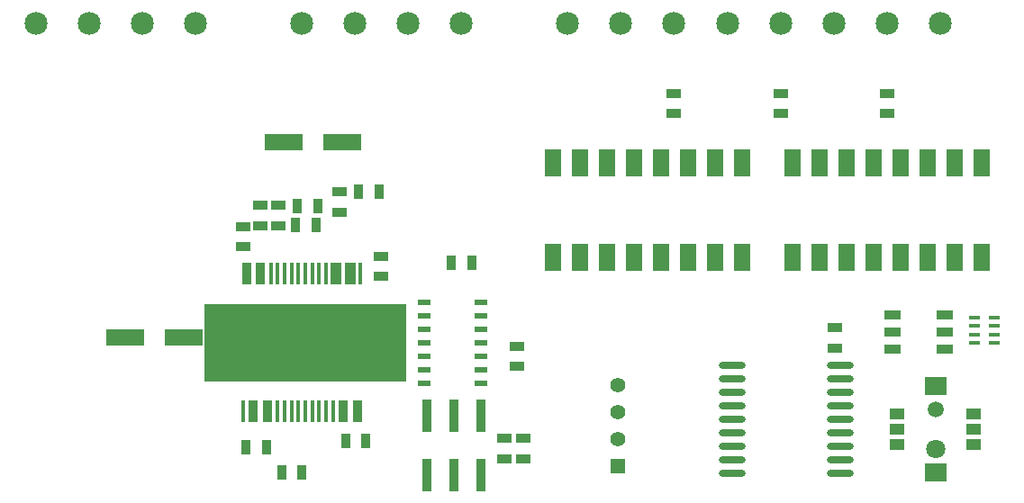
<source format=gts>
G04 (created by PCBNEW (2013-jul-07)-stable) date Sat 26 Sep 2015 04:42:44 AM EDT*
%MOIN*%
G04 Gerber Fmt 3.4, Leading zero omitted, Abs format*
%FSLAX34Y34*%
G01*
G70*
G90*
G04 APERTURE LIST*
%ADD10C,0.00590551*%
%ADD11R,0.0141732X0.0787402*%
%ADD12R,0.039X0.0787402*%
%ADD13R,0.038X0.0787402*%
%ADD14R,0.748031X0.285433*%
%ADD15R,0.055X0.035*%
%ADD16R,0.035X0.055*%
%ADD17R,0.1417X0.063*%
%ADD18R,0.045X0.02*%
%ADD19R,0.038X0.119*%
%ADD20C,0.085*%
%ADD21R,0.0590551X0.1*%
%ADD22R,0.055X0.055*%
%ADD23C,0.055*%
%ADD24O,0.0984252X0.025*%
%ADD25R,0.0531496X0.0393701*%
%ADD26R,0.0787402X0.0708661*%
%ADD27C,0.0590551*%
%ADD28C,0.0708661*%
%ADD29R,0.0393701X0.015748*%
%ADD30R,0.0633X0.0354*%
G04 APERTURE END LIST*
G54D10*
G54D11*
X34655Y-46653D03*
G54D12*
X34271Y-46653D03*
X33759Y-46653D03*
G54D11*
X33375Y-46653D03*
X33120Y-46653D03*
X32864Y-46653D03*
X32608Y-46653D03*
X32352Y-46653D03*
X32096Y-46653D03*
X31840Y-46653D03*
X31584Y-46653D03*
X31328Y-46653D03*
G54D13*
X30944Y-46653D03*
X30433Y-46653D03*
G54D11*
X30305Y-51771D03*
G54D13*
X30688Y-51771D03*
X31200Y-51771D03*
G54D11*
X31584Y-51771D03*
X31840Y-51771D03*
X32096Y-51771D03*
X32352Y-51771D03*
X32608Y-51771D03*
X32864Y-51771D03*
X33120Y-51771D03*
X33375Y-51771D03*
X33631Y-51771D03*
G54D13*
X34015Y-51771D03*
X34527Y-51771D03*
G54D14*
X32608Y-49212D03*
G54D15*
X39960Y-53520D03*
X39960Y-52770D03*
X30930Y-44135D03*
X30930Y-44885D03*
G54D16*
X32995Y-44870D03*
X32245Y-44870D03*
X38010Y-46259D03*
X38760Y-46259D03*
X31727Y-54027D03*
X32477Y-54027D03*
X33060Y-44170D03*
X32310Y-44170D03*
G54D17*
X31807Y-41800D03*
X33973Y-41800D03*
X25932Y-49019D03*
X28098Y-49019D03*
G54D18*
X36999Y-47712D03*
X36999Y-48212D03*
X36999Y-48712D03*
X36999Y-49212D03*
X36999Y-49712D03*
X36999Y-50212D03*
X36999Y-50712D03*
X39099Y-50712D03*
X39099Y-50212D03*
X39099Y-49712D03*
X39099Y-49212D03*
X39099Y-48712D03*
X39099Y-48212D03*
X39099Y-47712D03*
G54D19*
X39114Y-54118D03*
X38114Y-54118D03*
X37114Y-54118D03*
X39114Y-51938D03*
X38114Y-51938D03*
X37114Y-51938D03*
G54D16*
X34585Y-43625D03*
X35335Y-43625D03*
G54D15*
X33865Y-43640D03*
X33865Y-44390D03*
G54D16*
X30420Y-53100D03*
X31170Y-53100D03*
X34845Y-52865D03*
X34095Y-52865D03*
G54D15*
X54133Y-39979D03*
X54133Y-40729D03*
X50196Y-39979D03*
X50196Y-40729D03*
X46259Y-39979D03*
X46259Y-40729D03*
X40456Y-50099D03*
X40456Y-49349D03*
G54D20*
X48228Y-37401D03*
X46259Y-37401D03*
X44291Y-37401D03*
X42322Y-37401D03*
X56102Y-37401D03*
X54133Y-37401D03*
X52165Y-37401D03*
X50196Y-37401D03*
X38385Y-37401D03*
X36417Y-37401D03*
X34448Y-37401D03*
X32480Y-37401D03*
X28543Y-37401D03*
X26574Y-37401D03*
X24606Y-37401D03*
X22637Y-37401D03*
G54D21*
X57633Y-42541D03*
X56633Y-42541D03*
X55633Y-42541D03*
X54633Y-42541D03*
X53633Y-42541D03*
X52633Y-42541D03*
X51633Y-42541D03*
X50633Y-42541D03*
X50633Y-46041D03*
X51633Y-46041D03*
X52633Y-46041D03*
X53633Y-46041D03*
X54633Y-46041D03*
X55633Y-46041D03*
X56633Y-46041D03*
X57633Y-46041D03*
X48775Y-42541D03*
X47775Y-42541D03*
X46775Y-42541D03*
X45775Y-42541D03*
X44775Y-42541D03*
X43775Y-42541D03*
X42775Y-42541D03*
X41775Y-42541D03*
X41775Y-46041D03*
X42775Y-46041D03*
X43775Y-46041D03*
X44775Y-46041D03*
X45775Y-46041D03*
X46775Y-46041D03*
X47775Y-46041D03*
X48775Y-46041D03*
G54D15*
X31620Y-44140D03*
X31620Y-44890D03*
X30320Y-45665D03*
X30320Y-44915D03*
X35421Y-46022D03*
X35421Y-46772D03*
X40665Y-53520D03*
X40665Y-52770D03*
G54D22*
X44177Y-53795D03*
G54D23*
X44177Y-52795D03*
X44177Y-51795D03*
X44177Y-50795D03*
G54D24*
X48401Y-50043D03*
X48401Y-50543D03*
X48401Y-51043D03*
X48401Y-51543D03*
X48401Y-52043D03*
X48401Y-52543D03*
X48401Y-53043D03*
X48401Y-53543D03*
X48401Y-54043D03*
X52401Y-54043D03*
X52401Y-53543D03*
X52401Y-53043D03*
X52401Y-52543D03*
X52401Y-52043D03*
X52401Y-51543D03*
X52401Y-51043D03*
X52401Y-50543D03*
X52401Y-50043D03*
G54D15*
X52204Y-49414D03*
X52204Y-48664D03*
G54D25*
X57352Y-52986D03*
X57352Y-52425D03*
X57352Y-51863D03*
X54517Y-51863D03*
X54517Y-52425D03*
X54517Y-52986D03*
G54D26*
X55935Y-50830D03*
X55935Y-54019D03*
G54D27*
X55935Y-51676D03*
G54D28*
X55935Y-53173D03*
G54D29*
X58116Y-49222D03*
X58116Y-48907D03*
X58116Y-48592D03*
X58116Y-48277D03*
X57383Y-48277D03*
X57383Y-48592D03*
X57383Y-48907D03*
X57383Y-49222D03*
G54D30*
X54344Y-48190D03*
X54344Y-48820D03*
X54344Y-49450D03*
X56276Y-49450D03*
X56276Y-48820D03*
X56276Y-48190D03*
M02*

</source>
